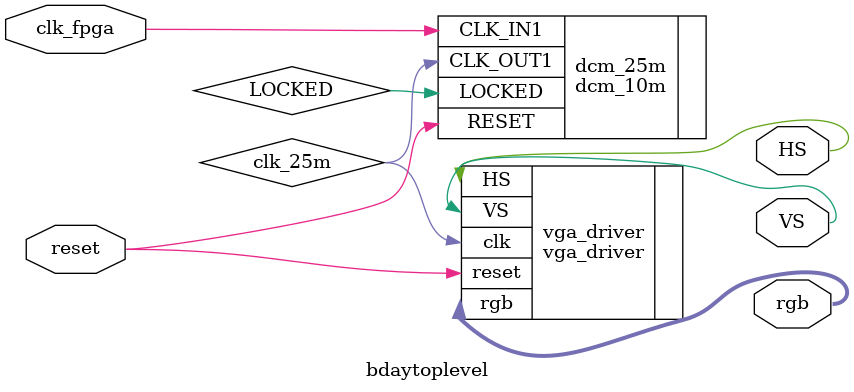
<source format=v>
`timescale 1ns / 1ps
module bdaytoplevel(
		input clk_fpga,
		input reset,
		
		output HS,
		output VS,
		output [7:0] rgb
    );
	 
	dcm_10m dcm_25m (
		// Clock in ports
		.CLK_IN1(clk_fpga),      // IN
		// Clock out ports
		.CLK_OUT1(clk_25m),     // OUT
		// Status and control signals
		.RESET(reset),// IN
		.LOCKED(LOCKED) // OUT
	);

	vga_driver vga_driver (
		.clk(clk_25m), 
		.reset(reset), 
		.HS(HS), 
		.VS(VS), 
		.rgb(rgb)
	);

endmodule

</source>
